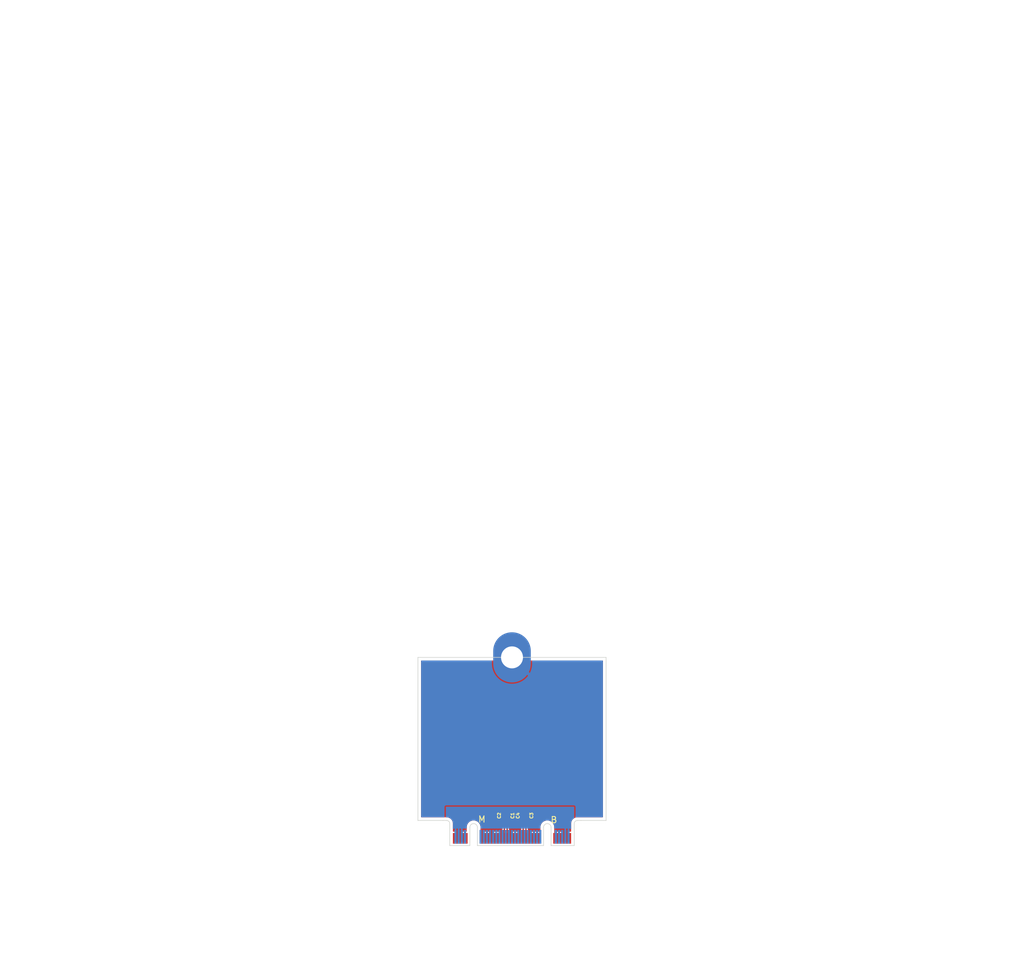
<source format=kicad_pcb>
(kicad_pcb (version 20241229) (generator "pcbnew") (generator_version "9.0")
  (layers (0 "F.Cu" signal) (2 "B.Cu" signal) (13 "F.Paste" user) (15 "B.Paste" user) (5 "F.SilkS" user "F.Silkscreen") (7 "B.SilkS" user "B.Silkscreen") (1 "F.Mask" user) (3 "B.Mask" user) (25 "Edge.Cuts" user))
  (net 0 "")
  (net 1 "/M.2 B+M Key/PET1P")
  (net 2 "/M.2 B+M Key/PET1N")
  (net 3 "/M.2 B+M Key/PET0P")
  (net 4 "/M.2 B+M Key/PET0N")
  (net 5 "/PET0+")
  (net 6 "GND")
  (net 7 "/PET0-")
  (net 8 "/PET1+")
  (net 9 "/CONFIG_3")
  (net 10 "+3.3V")
  (net 11 "/FULL_CARD_PWR_OFF#")
  (net 12 "/USB_D+")
  (net 13 "/W_DISABLE1#")
  (net 14 "/USB_D-")
  (net 15 "/GPIO_9{slash}LED#1")
  (net 16 "/GPIO_5")
  (net 17 "/CONFIG_0")
  (net 18 "/GPIO_6")
  (net 19 "/DPR")
  (net 20 "/GPIO_7")
  (net 21 "/GPIO_11")
  (net 22 "/GPIO_10")
  (net 23 "/GPIO_8")
  (net 24 "/UIM-RESET")
  (net 25 "/UIM-CLK")
  (net 26 "/UIM-DATA")
  (net 27 "/PER1-")
  (net 28 "/UIM-PWR")
  (net 29 "/PER1+")
  (net 30 "/DEVSLP")
  (net 31 "/GPIO_0")
  (net 32 "/GPIO_1")
  (net 33 "/GPIO_2")
  (net 34 "/GPIO_3")
  (net 35 "/PER0-")
  (net 36 "/GPIO_4")
  (net 37 "/PER0+")
  (net 38 "/PERST#")
  (net 39 "/CLKREQ#")
  (net 40 "/REFCLK-")
  (net 41 "/PEWAKE#")
  (net 42 "/REFCLK+")
  (net 45 "/RESET#")
  (net 46 "/SUSCLK")
  (net 47 "/CONFIG_1")
  (net 48 "/CONFIG_2")
  (net 49 "/PET1-")
  (footprint "Athena KiCAd library:M.2 Mounting Pad" (layer "F.Cu") (at 109.01 130.09)
    (property "Reference" "H1")
    (property "Value" "MountingHole_Pad")
    (pad "1" thru_hole circle (at 0 0) (size 5.5 5.5) (drill 3.5) (property pad_prop_castellated) (layers "*.Cu" "*.Mask") (net 6 "GND") (padstack (mode front_inner_back) (layer "Inner" (shape circle) (size 5.5 5.5)) (layer "B.Cu" (shape oval) (size 6 8))))
  )
  (footprint "Capacitor_SMD:C_0201_0603Metric" (layer "F.Cu") (at 108.36 155.32 90)
    (property "Reference" "C1" (at 0 0.73 90) (layer "F.SilkS") (effects (font (size 0.5 0.5))))
    (property "Value" "220nF")
    (pad "1" smd roundrect (at -0.32 0 90) (size 0.46 0.4) (layers "F.Cu" "F.Mask") (net 4 "/M.2 B+M Key/PET0N"))
    (pad "2" smd roundrect (at 0.32 0 90) (size 0.46 0.4) (layers "F.Cu" "F.Mask") (net 7 "/PET0-"))
  )
  (footprint "Capacitor_SMD:C_0201_0603Metric" (layer "F.Cu") (at 110.66 155.32 90)
    (property "Reference" "C4" (at 0 -0.71 90) (layer "F.SilkS") (effects (font (size 0.5 0.5))))
    (property "Value" "220nF")
    (pad "1" smd roundrect (at -0.32 0 90) (size 0.46 0.4) (layers "F.Cu" "F.Mask") (net 1 "/M.2 B+M Key/PET1P"))
    (pad "2" smd roundrect (at 0.32 0 90) (size 0.46 0.4) (layers "F.Cu" "F.Mask") (net 8 "/PET1+"))
  )
  (footprint "PCIexpress:M.2 B+M Key Connector" (layer "F.Cu") (at 109.01 158.98)
    (property "Reference" "J1")
    (property "Value" "~")
    (fp_line (start -11 -2.89) (end -10.425 -2.89) (stroke (width 0.1)) (layer "Edge.Cuts"))
    (fp_line (start -9.925 -2.39) (end -9.925 1.11) (stroke (width 0.1)) (layer "Edge.Cuts"))
    (fp_line (start -6.72 -1.79) (end -6.72 1.11) (stroke (width 0.1)) (layer "Edge.Cuts"))
    (fp_line (start -6.72 1.11) (end -9.925 1.11) (stroke (width 0.1)) (layer "Edge.Cuts"))
    (fp_line (start -5.52 -1.79) (end -5.52 1.11) (stroke (width 0.1)) (layer "Edge.Cuts"))
    (fp_line (start -5.52 1.11) (end 5.03 1.11) (stroke (width 0.1)) (layer "Edge.Cuts"))
    (fp_line (start 5.03 -1.79) (end 5.03 1.11) (stroke (width 0.1)) (layer "Edge.Cuts"))
    (fp_line (start 6.23 -1.79) (end 6.23 1.11) (stroke (width 0.1)) (layer "Edge.Cuts"))
    (fp_line (start 6.23 1.11) (end 9.925 1.11) (stroke (width 0.1)) (layer "Edge.Cuts"))
    (fp_line (start 9.925 -2.39) (end 9.925 1.11) (stroke (width 0.1)) (layer "Edge.Cuts"))
    (fp_line (start 10.425 -2.89) (end 11 -2.89) (stroke (width 0.1)) (layer "Edge.Cuts"))
    (fp_arc (start -10.425 -2.89) (mid -10.071447 -2.743553) (end -9.925 -2.39) (stroke (width 0.1)) (layer "Edge.Cuts"))
    (fp_arc (start -6.72 -1.79) (mid -6.12 -2.39) (end -5.52 -1.79) (stroke (width 0.1)) (layer "Edge.Cuts"))
    (fp_arc (start 5.03 -1.79) (mid 5.63 -2.39) (end 6.23 -1.79) (stroke (width 0.1)) (layer "Edge.Cuts"))
    (fp_arc (start 9.925 -2.39) (mid 10.071447 -2.743553) (end 10.425 -2.89) (stroke (width 0.1)) (layer "Edge.Cuts"))
    (fp_text user "M" (at -5.475 -2.49 0) (layer "F.SilkS") (effects (justify left bottom)))
    (fp_text user "B" (at 6.085 -2.395 0) (layer "F.SilkS") (effects (justify left bottom)))
    (pad "1" smd rect (at 9.25 -0.04 180) (size 0.35 1.7) (layers "F.Cu") (net 9 "/CONFIG_3"))
    (pad "2" smd rect (at 9 -0.29 180) (size 0.35 2.2) (layers "B.Cu") (net 10 "+3.3V"))
    (pad "3" smd rect (at 8.75 -0.04 180) (size 0.35 1.7) (layers "F.Cu") (net 6 "GND"))
    (pad "4" smd rect (at 8.5 -0.29 180) (size 0.35 2.2) (layers "B.Cu") (net 10 "+3.3V"))
    (pad "5" smd rect (at 8.25 -0.04 180) (size 0.35 1.7) (layers "F.Cu") (net 6 "GND"))
    (pad "6" smd rect (at 8 -0.29 180) (size 0.35 2.2) (layers "B.Cu") (net 11 "/FULL_CARD_PWR_OFF#"))
    (pad "7" smd rect (at 7.75 -0.04 180) (size 0.35 1.7) (layers "F.Cu") (net 12 "/USB_D+"))
    (pad "8" smd rect (at 7.5 -0.29 180) (size 0.35 2.2) (layers "B.Cu") (net 13 "/W_DISABLE1#"))
    (pad "9" smd rect (at 7.25 -0.04 180) (size 0.35 1.7) (layers "F.Cu") (net 14 "/USB_D-"))
    (pad "10" smd rect (at 7 -0.29 180) (size 0.35 2.2) (layers "B.Cu") (net 15 "/GPIO_9{slash}LED#1"))
    (pad "11" smd rect (at 6.75 -0.04 180) (size 0.35 1.7) (layers "F.Cu") (net 6 "GND"))
    (pad "20" smd rect (at 4.5 -0.29 180) (size 0.35 2.2) (layers "B.Cu") (net 16 "/GPIO_5"))
    (pad "21" smd rect (at 4.25 -0.04 180) (size 0.35 1.7) (layers "F.Cu") (net 17 "/CONFIG_0"))
    (pad "22" smd rect (at 4 -0.29 180) (size 0.35 2.2) (layers "B.Cu") (net 18 "/GPIO_6"))
    (pad "23" smd rect (at 3.75 -0.04 180) (size 0.35 1.7) (layers "F.Cu") (net 19 "/DPR"))
    (pad "24" smd rect (at 3.5 -0.29 180) (size 0.35 2.2) (layers "B.Cu") (net 20 "/GPIO_7"))
    (pad "25" smd rect (at 3.25 -0.04 180) (size 0.35 1.7) (layers "F.Cu") (net 21 "/GPIO_11"))
    (pad "26" smd rect (at 3 -0.29 180) (size 0.35 2.2) (layers "B.Cu") (net 22 "/GPIO_10"))
    (pad "27" smd rect (at 2.75 -0.04 180) (size 0.35 1.7) (layers "F.Cu") (net 6 "GND"))
    (pad "28" smd rect (at 2.5 -0.29 180) (size 0.35 2.2) (layers "B.Cu") (net 23 "/GPIO_8"))
    (pad "29" smd rect (at 2.25 -0.04 180) (size 0.35 1.7) (layers "F.Cu") (net 2 "/M.2 B+M Key/PET1N"))
    (pad "30" smd rect (at 2 -0.29 180) (size 0.35 2.2) (layers "B.Cu") (net 24 "/UIM-RESET"))
    (pad "31" smd rect (at 1.75 -0.04 180) (size 0.35 1.7) (layers "F.Cu") (net 1 "/M.2 B+M Key/PET1P"))
    (pad "32" smd rect (at 1.5 -0.29 180) (size 0.35 2.2) (layers "B.Cu") (net 25 "/UIM-CLK"))
    (pad "33" smd rect (at 1.25 -0.04 180) (size 0.35 1.7) (layers "F.Cu") (net 6 "GND"))
    (pad "34" smd rect (at 1 -0.29 180) (size 0.35 2.2) (layers "B.Cu") (net 26 "/UIM-DATA"))
    (pad "35" smd rect (at 0.75 -0.04 180) (size 0.35 1.7) (layers "F.Cu") (net 27 "/PER1-"))
    (pad "36" smd rect (at 0.5 -0.29 180) (size 0.35 2.2) (layers "B.Cu") (net 28 "/UIM-PWR"))
    (pad "37" smd rect (at 0.25 -0.04 180) (size 0.35 1.7) (layers "F.Cu") (net 29 "/PER1+"))
    (pad "38" smd rect (at 0 -0.29 180) (size 0.35 2.2) (layers "B.Cu") (net 30 "/DEVSLP"))
    (pad "39" smd rect (at -0.25 -0.04 180) (size 0.35 1.7) (layers "F.Cu") (net 6 "GND"))
    (pad "40" smd rect (at -0.5 -0.29 180) (size 0.35 2.2) (layers "B.Cu") (net 31 "/GPIO_0"))
    (pad "41" smd rect (at -0.75 -0.04 180) (size 0.35 1.7) (layers "F.Cu") (net 4 "/M.2 B+M Key/PET0N"))
    (pad "42" smd rect (at -1 -0.29 180) (size 0.35 2.2) (layers "B.Cu") (net 32 "/GPIO_1"))
    (pad "43" smd rect (at -1.25 -0.04 180) (size 0.35 1.7) (layers "F.Cu") (net 3 "/M.2 B+M Key/PET0P"))
    (pad "44" smd rect (at -1.5 -0.29 180) (size 0.35 2.2) (layers "B.Cu") (net 33 "/GPIO_2"))
    (pad "45" smd rect (at -1.75 -0.04 180) (size 0.35 1.7) (layers "F.Cu") (net 6 "GND"))
    (pad "46" smd rect (at -2 -0.29 180) (size 0.35 2.2) (layers "B.Cu") (net 34 "/GPIO_3"))
    (pad "47" smd rect (at -2.25 -0.04 180) (size 0.35 1.7) (layers "F.Cu") (net 35 "/PER0-"))
    (pad "48" smd rect (at -2.5 -0.29 180) (size 0.35 2.2) (layers "B.Cu") (net 36 "/GPIO_4"))
    (pad "49" smd rect (at -2.75 -0.04 180) (size 0.35 1.7) (layers "F.Cu") (net 37 "/PER0+"))
    (pad "50" smd rect (at -3 -0.29 180) (size 0.35 2.2) (layers "B.Cu") (net 38 "/PERST#"))
    (pad "51" smd rect (at -3.25 -0.04 180) (size 0.35 1.7) (layers "F.Cu") (net 6 "GND"))
    (pad "52" smd rect (at -3.5 -0.29 180) (size 0.35 2.2) (layers "B.Cu") (net 39 "/CLKREQ#"))
    (pad "53" smd rect (at -3.75 -0.04 180) (size 0.35 1.7) (layers "F.Cu") (net 40 "/REFCLK-"))
    (pad "54" smd rect (at -4 -0.29 180) (size 0.35 2.2) (layers "B.Cu") (net 41 "/PEWAKE#"))
    (pad "55" smd rect (at -4.25 -0.04 180) (size 0.35 1.7) (layers "F.Cu") (net 42 "/REFCLK+"))
    (pad "56" smd rect (at -4.5 -0.29 180) (size 0.35 2.2) (layers "B.Cu"))
    (pad "57" smd rect (at -4.75 -0.04 180) (size 0.35 1.7) (layers "F.Cu") (net 6 "GND"))
    (pad "58" smd rect (at -5 -0.29 180) (size 0.35 2.2) (layers "B.Cu"))
    (pad "67" smd rect (at -7.25 -0.04 180) (size 0.35 1.7) (layers "F.Cu") (net 45 "/RESET#"))
    (pad "68" smd rect (at -7.5 -0.29 180) (size 0.35 2.2) (layers "B.Cu") (net 46 "/SUSCLK"))
    (pad "69" smd rect (at -7.75 -0.04 180) (size 0.35 1.7) (layers "F.Cu") (net 47 "/CONFIG_1"))
    (pad "70" smd rect (at -8 -0.29 180) (size 0.35 2.2) (layers "B.Cu") (net 10 "+3.3V"))
    (pad "71" smd rect (at -8.25 -0.04 180) (size 0.35 1.7) (layers "F.Cu") (net 6 "GND"))
    (pad "72" smd rect (at -8.5 -0.29 180) (size 0.35 2.2) (layers "B.Cu") (net 10 "+3.3V"))
    (pad "73" smd rect (at -8.75 -0.04 180) (size 0.35 1.7) (layers "F.Cu") (net 6 "GND"))
    (pad "74" smd rect (at -9 -0.29 180) (size 0.35 2.2) (layers "B.Cu") (net 10 "+3.3V"))
    (pad "75" smd rect (at -9.25 -0.04 180) (size 0.35 1.7) (layers "F.Cu") (net 48 "/CONFIG_2"))
  )
  (footprint "Capacitor_SMD:C_0201_0603Metric" (layer "F.Cu") (at 107.66 155.32 90)
    (property "Reference" "C2" (at 0 -0.7 90) (layer "F.SilkS") (effects (font (size 0.5 0.5))))
    (property "Value" "220nF")
    (pad "1" smd roundrect (at -0.32 0 90) (size 0.46 0.4) (layers "F.Cu" "F.Mask") (net 3 "/M.2 B+M Key/PET0P"))
    (pad "2" smd roundrect (at 0.32 0 90) (size 0.46 0.4) (layers "F.Cu" "F.Mask") (net 5 "/PET0+"))
  )
  (footprint "Capacitor_SMD:C_0201_0603Metric" (layer "F.Cu") (at 111.36 155.32 90)
    (property "Reference" "C3" (at 0 0.75 90) (layer "F.SilkS") (effects (font (size 0.5 0.5))))
    (property "Value" "220nF")
    (pad "1" smd roundrect (at -0.32 0 90) (size 0.46 0.4) (layers "F.Cu" "F.Mask") (net 2 "/M.2 B+M Key/PET1N"))
    (pad "2" smd roundrect (at 0.32 0 90) (size 0.46 0.4) (layers "F.Cu" "F.Mask") (net 49 "/PET1-"))
  )
  (gr_line (start 124.01 156.09) (end 124.01 130.09) (stroke (width 0.1)) (layer "Edge.Cuts"))
  (gr_line (start 98.01 156.09) (end 94.01 156.09) (stroke (width 0.1)) (layer "Edge.Cuts"))
  (gr_line (start 120.01 156.09) (end 124.01 156.09) (stroke (width 0.1)) (layer "Edge.Cuts"))
  (gr_line (start 94.01 130.09) (end 94.01 156.09) (stroke (width 0.1)) (layer "Edge.Cuts"))
  (gr_line (start 124.01 130.09) (end 94.01 130.09) (stroke (width 0.1)) (layer "Edge.Cuts"))
  (segment (start 110.785 156.110001) (end 110.66 155.985001) (width 0.2) (layer "F.Cu") (net 1))
  (segment (start 110.76 158.94) (end 110.76 157.664999) (width 0.2) (layer "F.Cu") (net 1))
  (segment (start 110.76 157.664999) (end 110.785 157.639999) (width 0.2) (layer "F.Cu") (net 1))
  (segment (start 110.66 155.985001) (end 110.66 155.64) (width 0.2) (layer "F.Cu") (net 1))
  (segment (start 110.785 157.639999) (end 110.785 156.110001) (width 0.2) (layer "F.Cu") (net 1))
  (segment (start 111.36 155.985001) (end 111.36 155.64) (width 0.2) (layer "F.Cu") (net 2))
  (segment (start 111.26 158.94) (end 111.26 157.664999) (width 0.2) (layer "F.Cu") (net 2))
  (segment (start 111.235 156.110001) (end 111.36 155.985001) (width 0.2) (layer "F.Cu") (net 2))
  (segment (start 111.235 157.639999) (end 111.235 156.110001) (width 0.2) (layer "F.Cu") (net 2))
  (segment (start 111.26 157.664999) (end 111.235 157.639999) (width 0.2) (layer "F.Cu") (net 2))
  (segment (start 107.785 156.110001) (end 107.66 155.985001) (width 0.2) (layer "F.Cu") (net 3))
  (segment (start 107.76 158.94) (end 107.76 157.664999) (width 0.2) (layer "F.Cu") (net 3))
  (segment (start 107.785 157.639999) (end 107.785 156.110001) (width 0.2) (layer "F.Cu") (net 3))
  (segment (start 107.76 157.664999) (end 107.785 157.639999) (width 0.2) (layer "F.Cu") (net 3))
  (segment (start 107.66 155.985001) (end 107.66 155.64) (width 0.2) (layer "F.Cu") (net 3))
  (segment (start 108.26 158.94) (end 108.26 157.664999) (width 0.2) (layer "F.Cu") (net 4))
  (segment (start 108.235 156.110001) (end 108.36 155.985001) (width 0.2) (layer "F.Cu") (net 4))
  (segment (start 108.36 155.985001) (end 108.36 155.64) (width 0.2) (layer "F.Cu") (net 4))
  (segment (start 108.235 157.639999) (end 108.235 156.110001) (width 0.2) (layer "F.Cu") (net 4))
  (segment (start 108.26 157.664999) (end 108.235 157.639999) (width 0.2) (layer "F.Cu") (net 4))
  (zone (net 6) (net_name "GND") (layers "F.Cu" "B.Cu") (connect_pads (clearance 0.2)) (min_thickness 0.15) (fill yes (thermal_gap 0.2) (thermal_bridge_width 0.5))
    (polygon (pts (xy 124.01 158.48) (xy 124.01 50.09) (xy 94.01 50.09) (xy 94.01 158.48)))
  )
  (zone (net 10) (net_name "+3.3V") (layer "B.Cu") (priority 1) (connect_pads (clearance 0.2)) (min_thickness 0.1) (fill yes (thermal_gap 0.2) (thermal_bridge_width 0.25))
    (polygon (pts (xy 118.93 158.27) (xy 118.93 153.905) (xy 118.915 153.89) (xy 98.46 153.89) (xy 98.46 158.52) (xy 118.68 158.52)))
  )
)
</source>
